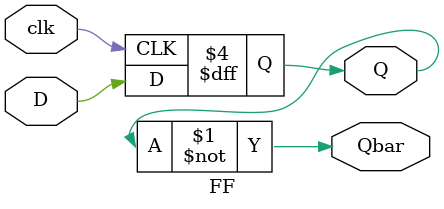
<source format=v>
`timescale 1ns / 1ps

module FF(
    input clk,
    input D,
    output reg Q,
    output wire Qbar
);

parameter init = 0;

initial
Q = init;

assign Qbar = ~Q;

always@(posedge clk)
    begin
        Q = D;
    end

endmodule

</source>
